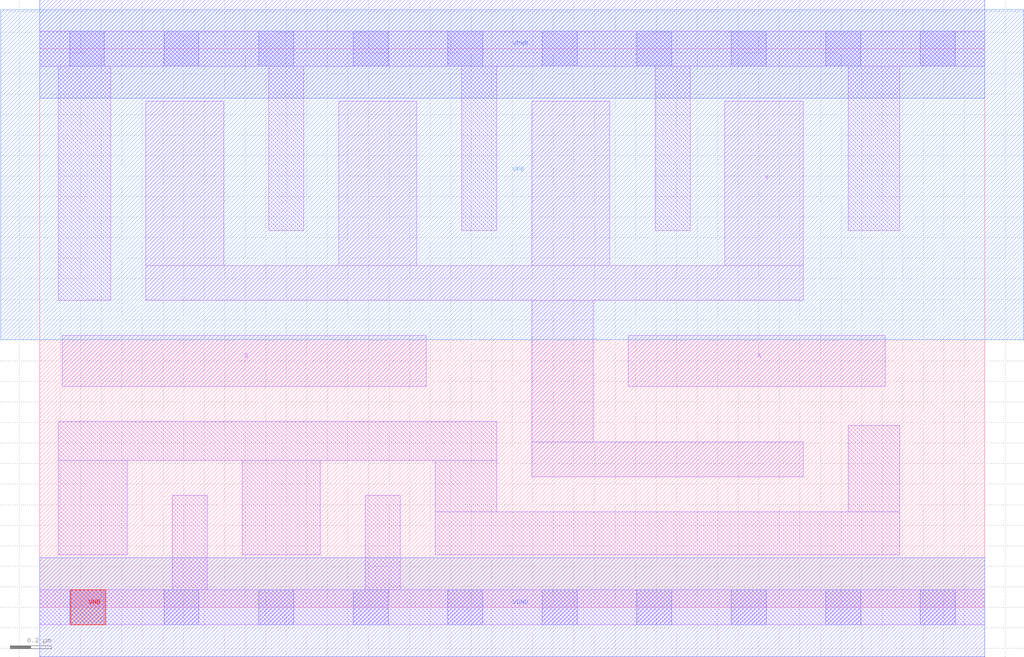
<source format=lef>
# Copyright 2020 The SkyWater PDK Authors
#
# Licensed under the Apache License, Version 2.0 (the "License");
# you may not use this file except in compliance with the License.
# You may obtain a copy of the License at
#
#     https://www.apache.org/licenses/LICENSE-2.0
#
# Unless required by applicable law or agreed to in writing, software
# distributed under the License is distributed on an "AS IS" BASIS,
# WITHOUT WARRANTIES OR CONDITIONS OF ANY KIND, either express or implied.
# See the License for the specific language governing permissions and
# limitations under the License.
#
# SPDX-License-Identifier: Apache-2.0

VERSION 5.7 ;
  NOWIREEXTENSIONATPIN ON ;
  DIVIDERCHAR "/" ;
  BUSBITCHARS "[]" ;
PROPERTYDEFINITIONS
  MACRO maskLayoutSubType STRING ;
  MACRO prCellType STRING ;
  MACRO originalViewName STRING ;
END PROPERTYDEFINITIONS
MACRO sky130_fd_sc_hdll__nand2_4
  CLASS CORE ;
  FOREIGN sky130_fd_sc_hdll__nand2_4 ;
  ORIGIN  0.000000  0.000000 ;
  SIZE  4.600000 BY  2.720000 ;
  SYMMETRY X Y R90 ;
  SITE unithd ;
  PIN A
    ANTENNAGATEAREA  1.110000 ;
    DIRECTION INPUT ;
    USE SIGNAL ;
    PORT
      LAYER li1 ;
        RECT 2.865000 1.075000 4.115000 1.325000 ;
    END
  END A
  PIN B
    ANTENNAGATEAREA  1.110000 ;
    DIRECTION INPUT ;
    USE SIGNAL ;
    PORT
      LAYER li1 ;
        RECT 0.110000 1.075000 1.880000 1.325000 ;
    END
  END B
  PIN VGND
    ANTENNADIFFAREA  0.416000 ;
    DIRECTION INOUT ;
    USE SIGNAL ;
    PORT
      LAYER met1 ;
        RECT 0.000000 -0.240000 4.600000 0.240000 ;
    END
  END VGND
  PIN VPWR
    ANTENNADIFFAREA  1.410000 ;
    DIRECTION INOUT ;
    USE SIGNAL ;
    PORT
      LAYER met1 ;
        RECT 0.000000 2.480000 4.600000 2.960000 ;
    END
  END VPWR
  PIN Y
    ANTENNADIFFAREA  1.608500 ;
    DIRECTION OUTPUT ;
    USE SIGNAL ;
    PORT
      LAYER li1 ;
        RECT 0.515000 1.495000 3.715000 1.665000 ;
        RECT 0.515000 1.665000 0.895000 2.465000 ;
        RECT 1.455000 1.665000 1.835000 2.465000 ;
        RECT 2.395000 0.635000 3.715000 0.805000 ;
        RECT 2.395000 0.805000 2.695000 1.495000 ;
        RECT 2.395000 1.665000 2.775000 2.465000 ;
        RECT 3.335000 1.665000 3.715000 2.465000 ;
    END
  END Y
  PIN VNB
    DIRECTION INOUT ;
    USE GROUND ;
    PORT
      LAYER pwell ;
        RECT 0.150000 -0.085000 0.320000 0.085000 ;
    END
  END VNB
  PIN VPB
    DIRECTION INOUT ;
    USE POWER ;
    PORT
      LAYER nwell ;
        RECT -0.190000 1.305000 4.790000 2.910000 ;
    END
  END VPB
  OBS
    LAYER li1 ;
      RECT 0.000000 -0.085000 4.600000 0.085000 ;
      RECT 0.000000  2.635000 4.600000 2.805000 ;
      RECT 0.090000  0.255000 0.425000 0.715000 ;
      RECT 0.090000  0.715000 2.225000 0.905000 ;
      RECT 0.090000  1.495000 0.345000 2.635000 ;
      RECT 0.645000  0.085000 0.815000 0.545000 ;
      RECT 0.985000  0.255000 1.365000 0.715000 ;
      RECT 1.115000  1.835000 1.285000 2.635000 ;
      RECT 1.585000  0.085000 1.755000 0.545000 ;
      RECT 1.925000  0.255000 4.185000 0.465000 ;
      RECT 1.925000  0.465000 2.225000 0.715000 ;
      RECT 2.055000  1.835000 2.225000 2.635000 ;
      RECT 2.995000  1.835000 3.165000 2.635000 ;
      RECT 3.935000  0.465000 4.185000 0.885000 ;
      RECT 3.935000  1.835000 4.185000 2.635000 ;
    LAYER mcon ;
      RECT 0.145000 -0.085000 0.315000 0.085000 ;
      RECT 0.145000  2.635000 0.315000 2.805000 ;
      RECT 0.605000 -0.085000 0.775000 0.085000 ;
      RECT 0.605000  2.635000 0.775000 2.805000 ;
      RECT 1.065000 -0.085000 1.235000 0.085000 ;
      RECT 1.065000  2.635000 1.235000 2.805000 ;
      RECT 1.525000 -0.085000 1.695000 0.085000 ;
      RECT 1.525000  2.635000 1.695000 2.805000 ;
      RECT 1.985000 -0.085000 2.155000 0.085000 ;
      RECT 1.985000  2.635000 2.155000 2.805000 ;
      RECT 2.445000 -0.085000 2.615000 0.085000 ;
      RECT 2.445000  2.635000 2.615000 2.805000 ;
      RECT 2.905000 -0.085000 3.075000 0.085000 ;
      RECT 2.905000  2.635000 3.075000 2.805000 ;
      RECT 3.365000 -0.085000 3.535000 0.085000 ;
      RECT 3.365000  2.635000 3.535000 2.805000 ;
      RECT 3.825000 -0.085000 3.995000 0.085000 ;
      RECT 3.825000  2.635000 3.995000 2.805000 ;
      RECT 4.285000 -0.085000 4.455000 0.085000 ;
      RECT 4.285000  2.635000 4.455000 2.805000 ;
  END
  PROPERTY maskLayoutSubType "abstract" ;
  PROPERTY prCellType "standard" ;
  PROPERTY originalViewName "layout" ;
END sky130_fd_sc_hdll__nand2_4
END LIBRARY

</source>
